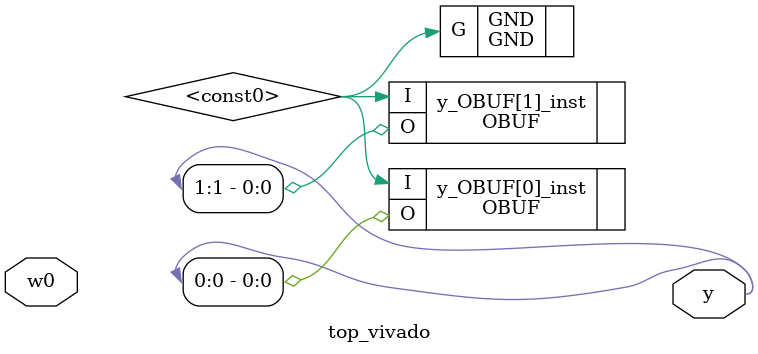
<source format=v>
`timescale 1 ps / 1 ps

(* STRUCTURAL_NETLIST = "yes" *)
module top_vivado
   (y,
    w0);
  output [1:0]y;
  input w0;

  wire \<const0> ;
  wire [1:0]y;

  GND GND
       (.G(\<const0> ));
  OBUF \y_OBUF[0]_inst 
       (.I(\<const0> ),
        .O(y[0]));
  OBUF \y_OBUF[1]_inst 
       (.I(\<const0> ),
        .O(y[1]));
endmodule

</source>
